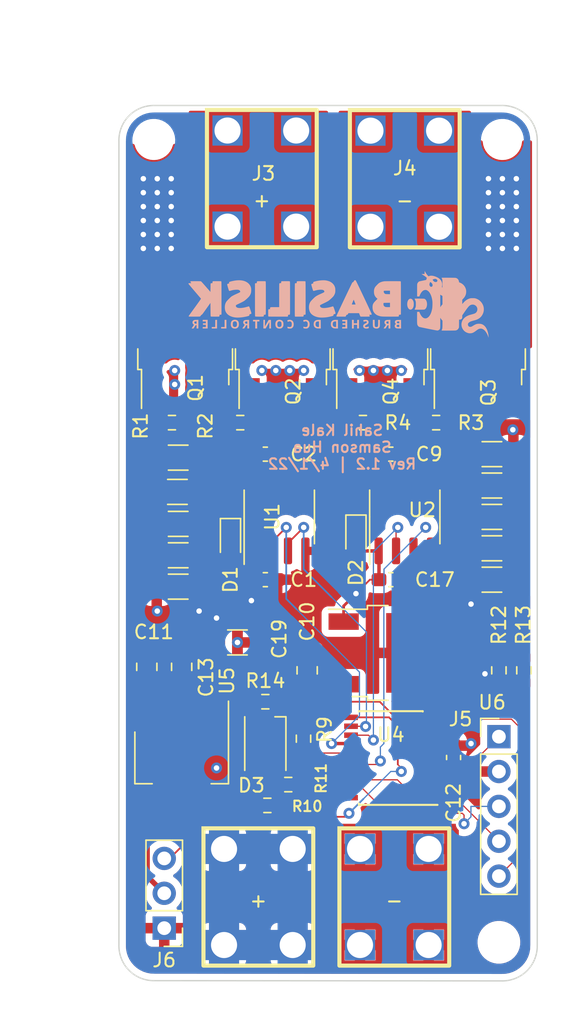
<source format=kicad_pcb>
(kicad_pcb (version 20211014) (generator pcbnew)
  (layers (0 "F.Cu" signal) (1 "In1.Cu" signal) (2 "In2.Cu" signal) (31 "B.Cu" signal) (34 "B.Paste" user) (35 "F.Paste" user) (36 "B.SilkS" user "B.Silkscreen") (37 "F.SilkS" user "F.Silkscreen") (38 "B.Mask" user) (39 "F.Mask" user) (44 "Edge.Cuts" user))
  (net 0 "")
  (net 1 "VBUS")
  (net 2 "GND")
  (net 5 "+5V")
  (net 6 "+3V3")
  (net 7 "Net-(D3-Pad1)")
  (net 8 "/controller/SWDIO")
  (net 9 "/controller/SWCLK")
  (net 10 "/controller/PWM_IN")
  (net 11 "Net-(D3-Pad4)")
  (net 12 "Net-(D3-Pad3)")
  (net 13 "/controller/LED_R")
  (net 14 "/controller/LED_B")
  (net 15 "/controller/LED_G")
  (net 16 "/controller/VBUS_SAMPLE")
  (net 17 "/controller/NRST")
  (net 18 "PWM_A_HIGH")
  (net 19 "PWM_A_LOW")
  (net 20 "PWM_B_HIGH")
  (net 21 "PWM_B_LOW")
  (net 22 "/controller/ANALOG_TEMP")
  (net 26 "Net-(D3-Pad2)")
  (net 27 "Net-(C2-Pad1)")
  (net 28 "Net-(C9-Pad1)")
  (net 29 "Net-(Q1-Pad1)")
  (net 30 "Net-(Q2-Pad1)")
  (net 31 "Net-(Q3-Pad1)")
  (net 32 "Net-(Q4-Pad1)")
  (net 33 "Net-(R1-Pad1)")
  (net 34 "Net-(R2-Pad1)")
  (net 35 "Net-(R3-Pad1)")
  (net 36 "Net-(R4-Pad1)")
  (net 37 "/SW_A")
  (net 38 "/SW_B")
  (footprint "Capacitor_SMD:C_1206_3216Metric_Pad1.33x1.80mm_HandSolder" (layer "F.Cu") (at 146.05 159.004 180)
    (fp_text reference "C8" hide)
    (fp_text value "10uF")
  )
  (footprint "Capacitor_SMD:C_0603_1608Metric_Pad1.08x0.95mm_HandSolder" (layer "F.Cu") (at 152.4 151.638)
    (fp_text reference "C2")
    (fp_text value "0.1uF")
  )
  (footprint "Resistor_SMD:R_0603_1608Metric_Pad0.98x0.95mm_HandSolder" (layer "F.Cu") (at 155.181035 172.365151 -90)
    (fp_text reference "R9")
    (fp_text value "470")
  )
  (footprint "Capacitor_SMD:C_0603_1608Metric_Pad1.08x0.95mm_HandSolder" (layer "F.Cu") (at 166.116 173.736 90)
    (fp_text reference "C12")
    (fp_text value "0.1uF")
  )
  (footprint "Connector_PinHeader_2.54mm:PinHeader_1x05_P2.54mm_Vertical" (layer "F.Cu") (at 169.418 172.217)
    (fp_text reference "J5")
    (fp_text value "Conn_01x05")
  )
  (footprint "Connector_PinHeader_2.54mm:PinHeader_1x03_P2.54mm_Vertical" (layer "F.Cu") (at 145.034 186.167 180)
    (fp_text reference "J6")
    (fp_text value "Conn_01x03")
  )
  (footprint "MountingHole:MountingHole_2.1mm" (layer "F.Cu") (at 144.272 128.778)
    (fp_text reference "H3" hide)
    (fp_text value "2mm")
  )
  (footprint "Capacitor_SMD:C_1206_3216Metric_Pad1.33x1.80mm_HandSolder" (layer "F.Cu") (at 146.05 156.718 180)
    (fp_text reference "C15" hide)
    (fp_text value "10uF")
  )
  (footprint "Capacitor_SMD:C_0603_1608Metric_Pad1.08x0.95mm_HandSolder" (layer "F.Cu") (at 161.544 160.782)
    (fp_text reference "C17")
    (fp_text value "0.1uF")
  )
  (footprint "Capacitor_SMD:C_1206_3216Metric_Pad1.33x1.80mm_HandSolder" (layer "F.Cu") (at 146.05 161.29 180)
    (fp_text reference "C7" hide)
    (fp_text value "10uF")
  )
  (footprint "Capacitor_SMD:C_1206_3216Metric_Pad1.33x1.80mm_HandSolder" (layer "F.Cu") (at 168.91 158.496)
    (fp_text reference "C16" hide)
    (fp_text value "10uF")
  )
  (footprint "Package_SO:SSOP-20_4.4x6.5mm_P0.65mm" (layer "F.Cu") (at 161.544 173.736 180)
    (fp_text reference "U4")
    (fp_text value "STM32G030F6P6TR")
  )
  (footprint "Package_TO_SOT_SMD:TO-252-2" (layer "F.Cu") (at 160.782 143.002 90)
    (fp_text reference "Q4")
    (fp_text value "AOD4132")
  )
  (footprint "Resistor_SMD:R_0603_1608Metric_Pad0.98x0.95mm_HandSolder" (layer "F.Cu") (at 164.846 149.342178)
    (fp_text reference "R3")
    (fp_text value "4.7")
  )
  (footprint "MountingHole:MountingHole_2.1mm" (layer "F.Cu") (at 169.418 187.198)
    (fp_text reference "H2" hide)
    (fp_text value "2mm")
  )
  (footprint "motor-controller-footprints:7698-SEMS" (layer "F.Cu") (at 160.06 128.072)
    (fp_text reference "J4")
    (fp_text value "SCREW -")
  )
  (footprint "Resistor_SMD:R_0603_1608Metric_Pad0.98x0.95mm_HandSolder" (layer "F.Cu") (at 145.596524 149.342178 180)
    (fp_text reference "R1")
    (fp_text value "4.7")
  )
  (footprint "Capacitor_SMD:C_1206_3216Metric_Pad1.33x1.80mm_HandSolder" (layer "F.Cu") (at 168.91 153.924)
    (fp_text reference "C5" hide)
    (fp_text value "10uF")
  )
  (footprint "motor-controller-footprints:7698-SEMS" (layer "F.Cu") (at 159.298 180.396)
    (fp_text reference "J2" hide)
    (fp_text value "SCREW -")
  )
  (footprint "Package_TO_SOT_SMD:TO-252-2" (layer "F.Cu") (at 162.306 166.116)
    (fp_text reference "U6")
    (fp_text value "LM78M05")
  )
  (footprint "Package_SO:SOIC-8_3.9x4.9mm_P1.27mm" (layer "F.Cu") (at 153.416 156.21 90)
    (fp_text reference "U1")
    (fp_text value "IRS2301S")
  )
  (footprint "Capacitor_SMD:C_1206_3216Metric_Pad1.33x1.80mm_HandSolder" (layer "F.Cu") (at 145.994 154.388 180)
    (fp_text reference "C3" hide)
    (fp_text value "10uF")
  )
  (footprint "Capacitor_SMD:C_0603_1608Metric_Pad1.08x0.95mm_HandSolder" (layer "F.Cu") (at 161.544 151.638)
    (fp_text reference "C9")
    (fp_text value "0.1uF")
  )
  (footprint "Resistor_SMD:R_0603_1608Metric_Pad0.98x0.95mm_HandSolder" (layer "F.Cu") (at 152.549275 177.223938)
    (fp_text reference "R10")
    (fp_text value "470")
  )
  (footprint "Resistor_SMD:R_0603_1608Metric_Pad0.98x0.95mm_HandSolder" (layer "F.Cu") (at 171.241409 167.386 90)
    (fp_text reference "R13")
    (fp_text value "1k")
  )
  (footprint "Resistor_SMD:R_0603_1608Metric_Pad0.98x0.95mm_HandSolder" (layer "F.Cu") (at 159.512 149.342178 180)
    (fp_text reference "R4")
    (fp_text value "4.7")
  )
  (footprint "Capacitor_SMD:C_1206_3216Metric_Pad1.33x1.80mm_HandSolder" (layer "F.Cu") (at 168.91 160.782)
    (fp_text reference "C6" hide)
    (fp_text value "10uF")
  )
  (footprint "Capacitor_SMD:C_0603_1608Metric_Pad1.08x0.95mm_HandSolder" (layer "F.Cu") (at 152.4 160.782)
    (fp_text reference "C1")
    (fp_text value "0.1uF")
  )
  (footprint "Resistor_SMD:R_0603_1608Metric_Pad0.98x0.95mm_HandSolder" (layer "F.Cu") (at 154.071102 175.709463)
    (fp_text reference "R11")
    (fp_text value "470")
  )
  (footprint "Package_TO_SOT_SMD:TO-252-2" (layer "F.Cu") (at 146.558 143.002 90)
    (fp_text reference "Q1")
    (fp_text value "AOD4132")
  )
  (footprint "Capacitor_SMD:C_1206_3216Metric_Pad1.33x1.80mm_HandSolder" (layer "F.Cu") (at 168.91 156.21)
    (fp_text reference "C18" hide)
    (fp_text value "10uF")
  )
  (footprint "motor-controller-footprints:7698-SEMS" (layer "F.Cu") (at 149.646 128.062178)
    (fp_text reference "J3")
    (fp_text value "SCREW +")
  )
  (footprint "motor-controller-footprints:7698-SEMS" (layer "F.Cu") (at 149.392 180.396)
    (fp_text reference "J1" hide)
    (fp_text value "SCREW +")
  )
  (footprint "Package_TO_SOT_SMD:SOT-223" (layer "F.Cu") (at 146.304 173.736 -90)
    (fp_text reference "U5")
    (fp_text value "NCP1117ST33T3G")
  )
  (footprint "Resistor_SMD:R_0603_1608Metric_Pad0.98x0.95mm_HandSolder" (layer "F.Cu") (at 150.573024 149.342178)
    (fp_text reference "R2")
    (fp_text value "4.7")
  )
  (footprint "Package_TO_SOT_SMD:TO-252-2" (layer "F.Cu") (at 153.67 143.002 90)
    (fp_text reference "Q2")
    (fp_text value "AOD4132")
  )
  (footprint "Resistor_SMD:R_0603_1608Metric_Pad0.98x0.95mm_HandSolder" (layer "F.Cu") (at 169.418 167.386 -90)
    (fp_text reference "R12")
    (fp_text value "8k")
  )
  (footprint "Diode_SMD:D_0603_1608Metric_Pad1.05x0.95mm_HandSolder" (layer "F.Cu") (at 149.86 157.988 -90)
    (fp_text reference "D1")
    (fp_text value "PMEG3005AESFYL")
  )
  (footprint "Capacitor_SMD:C_0805_2012Metric_Pad1.18x1.45mm_HandSolder" (layer "F.Cu") (at 146.304 167.132 90)
    (fp_text reference "C13")
    (fp_text value "10uF")
  )
  (footprint "Diode_SMD:D_0603_1608Metric_Pad1.05x0.95mm_HandSolder" (layer "F.Cu") (at 159.004 157.734 -90)
    (fp_text reference "D2")
    (fp_text value "PMEG3005AESFYL")
  )
  (footprint "Capacitor_SMD:C_1206_3216Metric" (layer "F.Cu") (at 150.368 165.354)
    (fp_text reference "C19")
    (fp_text value "10uF")
  )
  (footprint "Capacitor_SMD:C_0805_2012Metric_Pad1.18x1.45mm_HandSolder" (layer "F.Cu") (at 155.448 167.386 90)
    (fp_text reference "C10")
    (fp_text value "22uF")
  )
  (footprint "Capacitor_SMD:C_1206_3216Metric_Pad1.33x1.80mm_HandSolder" (layer "F.Cu") (at 168.91 151.638)
    (fp_text reference "C4" hide)
    (fp_text value "10uF")
  )
  (footprint "Package_SO:SOIC-8_3.9x4.9mm_P1.27mm" (layer "F.Cu") (at 162.56 156.21 90)
    (fp_text reference "U2")
    (fp_text value "IRS2301S")
  )
  (footprint "Capacitor_SMD:C_1206_3216Metric_Pad1.33x1.80mm_HandSolder" (layer "F.Cu") (at 146.05 151.892 180)
    (fp_text reference "C14" hide)
    (fp_text value "10uF")
  )
  (footprint "LED_SMD:LED_Cree-PLCC4_3.2x2.8mm_CCW" (layer "F.Cu") (at 152.4 172.72 -90)
    (fp_text reference "D3")
    (fp_text value "CLV1A-FKB")
  )
  (footprint "Resistor_SMD:R_0603_1608Metric_Pad0.98x0.95mm_HandSolder" (layer "F.Cu") (at 152.4 169.672 180)
    (fp_text reference "R14")
    (fp_text value "0")
  )
  (footprint "Capacitor_SMD:C_0805_2012Metric_Pad1.18x1.45mm_HandSolder" (layer "F.Cu") (at 143.764 167.132 90)
    (fp_text reference "C11")
    (fp_text value "10uF")
  )
  (footprint "Package_TO_SOT_SMD:TO-252-2" (layer "F.Cu") (at 167.894 143.002 90)
    (fp_text reference "Q3")
    (fp_text value "AOD4132")
  )
  (footprint "MountingHole:MountingHole_2.1mm" (layer "F.Cu") (at 169.672 128.778)
    (fp_text reference "H1" hide)
    (fp_text value "2mm")
  )
  (footprint "motor-controller-footprints:basiliskLogo" (layer "B.Cu") (at 157.225323 140.476791 180)
    (fp_text reference "H5" hide)
    (fp_text value "Logo" hide)
  )
  (gr_arc (start 169.672 126.238) (mid 171.468051 126.981949) (end 172.212 128.778) (layer "Edge.Cuts") (width 0.1))
  (gr_line (start 144.272 189.992) (end 169.672 190.010051) (layer "Edge.Cuts") (width 0.1))
  (gr_arc (start 141.732 128.778) (mid 142.475949 126.981949) (end 144.272 126.238) (layer "Edge.Cuts") (width 0.1))
  (gr_line (start 141.732 187.452) (end 141.732 128.778) (layer "Edge.Cuts") (width 0.1))
  (gr_line (start 172.212 187.470051) (end 172.212 128.778) (layer "Edge.Cuts") (width 0.1))
  (gr_arc (start 172.212 187.470051) (mid 171.468051 189.266102) (end 169.672 190.010051) (layer "Edge.Cuts") (width 0.1))
  (gr_line (start 169.672 126.238) (end 144.272 126.238) (layer "Edge.Cuts") (width 0.1))
  (gr_arc (start 144.272 189.992) (mid 142.475949 189.248051) (end 141.732 187.452) (layer "Edge.Cuts") (width 0.1))
  (gr_text "Sahil Kale\nSamson Hua\nRev 1.2 | 4/1/22" (at 157.988 151.13) (layer "B.SilkS") (effects (font (size 0.762 0.762)) (justify mirror)))
  (segment (start 151.5375 160.782) (end 151.384 160.9355) (width 0.127) (layer "F.Cu") (net 1))
  (segment (start 151.5375 160.782) (end 151.5375 158.7115) (width 0.25) (layer "F.Cu") (net 1))
  (segment (start 159.004 161.798) (end 158.106 162.696) (width 0.2032) (layer "F.Cu") (net 1))
  (segment (start 150.038 158.685) (end 149.86 158.863) (width 0.25) (layer "F.Cu") (net 1))
  (segment (start 159.08 158.685) (end 159.004 158.609) (width 0.25) (layer "F.Cu") (net 1))
  (segment (start 169.418 166.4735) (end 168.402 167.4895) (width 0.0889) (layer "F.Cu") (net 1))
  (segment (start 148.893 165.354) (end 148.893 163.625) (width 0.127) (layer "F.Cu") (net 1))
  (segment (start 151.511 158.685) (end 150.038 158.685) (width 0.25) (layer "F.Cu") (net 1))
  (segment (start 168.402 167.4895) (end 168.402 167.64) (width 0.0889) (layer "F.Cu") (net 1))
  (segment (start 167.386 162.56) (end 167.386 160.8205) (width 0.254) (layer "F.Cu") (net 1))
  (segment (start 160.02 160.782) (end 159.004 161.798) (width 0.127) (layer "F.Cu") (net 1))
  (segment (start 151.384 160.9355) (end 151.384 162.306) (width 0.127) (layer "F.Cu") (net 1))
  (segment (start 148.893 163.625) (end 148.844 163.576) (width 0.127) (layer "F.Cu") (net 1))
  (segment (start 160.6815 160.782) (end 160.02 160.782) (width 0.127) (layer "F.Cu") (net 1))
  (segment (start 147.574 163.068) (end 147.574 161.3285) (width 0.254) (layer "F.Cu") (net 1))
  (segment (start 167.386 160.8205) (end 167.3475 160.782) (width 0.254) (layer "F.Cu") (net 1))
  (segment (start 158.106 162.696) (end 158.106 163.836) (width 0.2032) (layer "F.Cu") (net 1))
  (segment (start 151.5375 158.7115) (end 151.511 158.685) (width 0.25) (layer "F.Cu") (net 1))
  (segment (start 160.655 158.685) (end 159.08 158.685) (width 0.25) (layer "F.Cu") (net 1))
  (segment (start 147.574 161.3285) (end 147.6125 161.29) (width 0.254) (layer "F.Cu") (net 1))
  (segment (start 160.6815 158.7115) (end 160.655 158.685) (width 0.25) (layer "F.Cu") (net 1))
  (segment (start 160.6815 160.782) (end 160.6815 158.7115) (width 0.25) (layer "F.Cu") (net 1))
  (via (at 144.526 132.588) (size 0.8) (drill 0.4) (layers "F.Cu" "B.Cu") (net 1))
  (via (at 145.542 135.636) (size 0.8) (drill 0.4) (layers "F.Cu" "B.Cu") (net 1))
  (via (at 145.542 132.588) (size 0.8) (drill 0.4) (layers "F.Cu" "B.Cu") (net 1))
  (via (at 168.656 133.604) (size 0.8) (drill 0.4) (layers "F.Cu" "B.Cu") (net 1))
  (via (at 148.844 163.576) (size 0.8) (drill 0.4) (layers "F.Cu" "B.Cu") (net 1))
  (via (at 169.672 132.588) (size 0.8) (drill 0.4) (layers "F.Cu" "B.Cu") (net 1))
  (via (at 168.656 134.62) (size 0.8) (drill 0.4) (layers "F.Cu" "B.Cu") (net 1))
  (via (at 143.51 132.588) (size 0.8) (drill 0.4) (layers "F.Cu" "B.Cu") (net 1))
  (via (at 144.526 134.62) (size 0.8) (drill 0.4) (layers "F.Cu" "B.Cu") (net 1))
  (via (at 168.656 132.588) (size 0.8) (drill 0.4) (layers "F.Cu" "B.Cu") (net 1))
  (via (at 170.688 136.652) (size 0.8) (drill 0.4) (layers "F.Cu" "B.Cu") (net 1))
  (via (at 169.672 136.652) (size 0.8) (drill 0.4) (layers "F.Cu" "B.Cu") (net 1))
  (via (at 143.51 134.62) (size 0.8) (drill 0.4) (layers "F.Cu" "B.Cu") (net 1))
  (via (at 170.688 133.604) (size 0.8) (drill 0.4) (layers "F.Cu" "B.Cu") (net 1))
  (via (at 145.542 133.604) (size 0.8) (drill 0.4) (layers "F.Cu" "B.Cu") (net 1))
  (via (at 145.542 134.62) (size 0.8) (drill 0.4) (layers "F.Cu" "B.Cu") (net 1))
  (via (at 159.004 161.798) (size 0.8) (drill 0.4) (layers "F.Cu" "B.Cu") (net 1))
  (via (at 170.688 135.636) (size 0.8) (drill 0.4) (layers "F.Cu" "B.Cu") (net 1))
  (via (at 168.656 131.572) (size 0.8) (drill 0.4) (layers "F.Cu" "B.Cu") (net 1))
  (via (at 144.526 133.604) (size 0.8) (drill 0.4) (layers "F.Cu" "B.Cu") (net 1))
  (via (at 168.656 136.652) (size 0.8) (drill 0.4) (layers "F.Cu" "B.Cu") (net 1))
  (via (at 147.574 163.068) (size 0.8) (drill 0.4) (layers "F.Cu" "B.Cu") (net 1))
  (via (at 169.672 131.572) (size 0.8) (drill 0.4) (layers "F.Cu" "B.Cu") (net 1))
  (via (at 143.51 136.652) (size 0.8) (drill 0.4) (layers "F.Cu" "B.Cu") (net 1))
  (via (at 143.51 133.604) (size 0.8) (drill 0.4) (layers "F.Cu" "B.Cu") (net 1))
  (via (at 168.656 135.636) (size 0.8) (drill 0.4) (layers "F.Cu" "B.Cu") (net 1))
  (via (at 169.672 133.604) (size 0.8) (drill 0.4) (layers "F.Cu" "B.Cu") (net 1))
  (via (at 145.542 131.572) (size 0.8) (drill 0.4) (layers "F.Cu" "B.Cu") (net 1))
  (via (at 144.526 135.636) (size 0.8) (drill 0.4) (layers "F.Cu" "B.Cu") (net 1))
  (via (at 144.526 131.572) (size 0.8) (drill 0.4) (layers "F.Cu" "B.Cu") (net 1))
  (via (at 151.384 162.306) (size 0.8) (drill 0.4) (layers "F.Cu" "B.Cu") (net 1))
  (via (at 170.688 134.62) (size 0.8) (drill 0.4) (layers "F.Cu" "B.Cu") (net 1))
  (via (at 169.672 134.62) (size 0.8) (drill 0.4) (layers "F.Cu" "B.Cu") (net 1))
  (via (at 169.672 135.636) (size 0.8) (drill 0.4) (layers "F.Cu" "B.Cu") (net 1))
  (via (at 143.51 135.636) (size 0.8) (drill 0.4) (layers "F.Cu" "B.Cu") (net 1))
  (via (at 143.51 131.572) (size 0.8) (drill 0.4) (layers "F.Cu" "B.Cu") (net 1))
  (via (at 144.526 136.652) (size 0.8) (drill 0.4) (layers "F.Cu" "B.Cu") (net 1))
  (via (at 170.688 132.588) (size 0.8) (drill 0.4) (layers "F.Cu" "B.Cu") (net 1))
  (via (at 170.688 131.572) (size 0.8) (drill 0.4) (layers "F.Cu" "B.Cu") (net 1))
  (via (at 167.386 162.56) (size 0.8) (drill 0.4) (layers "F.Cu" "B.Cu") (net 1))
  (via (at 145.542 136.652) (size 0.8) (drill 0.4) (layers "F.Cu" "B.Cu") (net 1))
  (via (at 168.402 167.64) (size 0.8) (drill 0.4) (layers "F.Cu" "B.Cu") (net 1))
  (segment (start 148.604 170.586) (end 148.604 174.258) (width 0.25) (layer "F.Cu") (net 2))
  (segment (start 165.435099 174.061) (end 166.116 173.380099) (width 0.0889) (layer "F.Cu") (net 2))
  (segment (start 164.444 174.061) (end 165.435099 174.061) (width 0.0889) (layer "F.Cu") (net 2))
  (segment (start 166.2695 172.72) (end 167.386 172.72) (width 0.0889) (layer "F.Cu") (net 2))
  (segment (start 151.843 165.354) (end 150.368 165.354) (width 0.0889) (layer "F.Cu") (net 2))
  (segment (start 166.116 172.8735) (end 166.2695 172.72) (width 0.0889) (layer "F.Cu") (net 2))
  (segment (start 166.116 173.380099) (end 166.116 172.8735) (width 0.0889) (layer "F.Cu") (net 2))
  (segment (start 148.604 174.258) (end 148.844 174.498) (width 0.25) (layer "F.Cu") (net 2))
  (via (at 167.386 172.72) (size 0.8) (drill 0.4) (layers "F.Cu" "B.Cu") (net 2))
  (via (at 148.844 174.498) (size 0.8) (drill 0.4) (layers "F.Cu" "B.Cu") (net 2))
  (via (at 152.146 145.542) (size 0.8) (drill 0.4) (layers "F.Cu" "B.Cu") (net 2))
  (via (at 159.258 145.542) (size 0.8) (drill 0.4) (layers "F.Cu" "B.Cu") (net 2))
  (via (at 161.29 145.542) (size 0.8) (drill 0.4) (layers "F.Cu" "B.Cu") (net 2))
  (via (at 155.194 145.542) (size 0.8) (drill 0.4) (layers "F.Cu" "B.Cu") (net 2))
  (via (at 144.526 163.068) (size 0.8) (drill 0.4) (layers "F.Cu" "B.Cu") (net 2))
  (via (at 150.368 165.354) (size 0.8) (drill 0.4) (layers "F.Cu" "B.Cu") (net 2))
  (via (at 153.162 145.542) (size 0.8) (drill 0.4) (layers "F.Cu" "B.Cu") (net 2))
  (via (at 154.178 145.542) (size 0.8) (drill 0.4) (layers "F.Cu" "B.Cu") (net 2))
  (via (at 160.274 145.542) (size 0.8) (drill 0.4) (layers "F.Cu" "B.Cu") (net 2))
  (via (at 162.306 145.542) (size 0.8) (drill 0.4) (layers "F.Cu" "B.Cu") (net 2))
  (via (at 170.434 149.86) (size 0.8) (drill 0.4) (layers "F.Cu" "B.Cu") (net 2))
  (via (at 145.796 145.542) (size 0.8) (drill 0.4) (layers "F.Cu" "B.Cu") (net 2))
  (via (at 145.796 146.558) (size 0.8) (drill 0.4) (layers "F.Cu" "B.Cu") (net 2))
  (segment (start 154.46948 167.44498) (end 155.448 168.4235) (width 0.254) (layer "F.Cu") (net 5))
  (segment (start 143.764 168.1695) (end 144.66852 167.26498) (width 0.381) (layer "F.Cu") (net 5))
  (segment (start 154.28948 167.26498) (end 155.448 168.4235) (width 0.381) (layer "F.Cu") (net 5))
  (segment (start 144.004 170.586) (end 144.004 168.4095) (width 0.381) (layer "F.Cu") (net 5))
  (segment (start 143.793989 170.796011) (end 143.793989 182.386989) (width 0.381) (layer "F.Cu") (net 5))
  (segment (start 143.793989 182.386989) (end 145.034 183.627) (width 0.381) (layer "F.Cu") (net 5))
  (segment (start 144.004 170.586) (end 143.793989 170.796011) (width 0.381) (layer "F.Cu") (net 5))
  (segment (start 153.92998 167.26498) (end 154.28948 167.26498) (width 0.381) (layer "F.Cu") (net 5))
  (segment (start 158.0785 168.4235) (end 158.106 168.396) (width 0.381) (layer "F.Cu") (net 5))
  (segment (start 155.448 168.4235) (end 158.0785 168.4235) (width 0.381) (layer "F.Cu") (net 5))
  (segment (start 144.004 168.4095) (end 143.764 168.1695) (width 0.381) (layer "F.Cu") (net 5))
  (segment (start 144.66852 167.26498) (end 153.92998 167.26498) (width 0.381) (layer "F.Cu") (net 5))
  (segment (start 153.3125 169.672) (end 160.735769 169.672) (width 0.127) (layer "F.Cu") (net 6))
  (segment (start 151.81 168.1695) (end 153.3125 169.672) (width 0.254) (layer "F.Cu") (net 6))
  (segment (start 163.680989 172.61722) (end 163.680989 174.378011) (width 0.127) (layer "F.Cu") (net 6))
  (segment (start 164.013978 174.711) (end 164.444 174.711) (width 0.127) (layer "F.Cu") (net 6))
  (segment (start 167.0365 174.5985) (end 169.418 172.217) (width 0.0889) (layer "F.Cu") (net 6))
  (segment (start 146.304 176.886) (end 146.304 170.586) (width 0.254) (layer "F.Cu") (net 6))
  (segment (start 166.116 174.5985) (end 166.0035 174.711) (width 0.0889) (layer "F.Cu") (net 6))
  (segment (start 166.0035 174.711) (end 164.444 174.711) (width 0.0889) (layer "F.Cu") (net 6))
  (segment (start 163.680989 174.378011) (end 164.013978 174.711) (width 0.127) (layer "F.Cu") (net 6))
  (segment (start 146.304 168.1695) (end 151.81 168.1695) (width 0.254) (layer "F.Cu") (net 6))
  (segment (start 146.304 170.586) (end 146.304 168.1695) (width 0.381) (layer "F.Cu") (net 6))
  (segment (start 166.116 174.5985) (end 167.0365 174.5985) (width 0.0889) (layer "F.Cu") (net 6))
  (segment (start 160.735769 169.672) (end 163.680989 172.61722) (width 0.127) (layer "F.Cu") (net 6))
  (segment (start 153.1 171.47) (end 155.163686 171.47) (width 0.254) (layer "F.Cu") (net 7))
  (segment (start 155.163686 171.47) (end 155.181035 171.452651) (width 0.254) (layer "F.Cu") (net 7))
  (segment (start 162.023039 175.361) (end 158.644 175.361) (width 0.0889) (layer "F.Cu") (net 8))
  (segment (start 162.023039 175.361) (end 163.767 177.104961) (width 0.0889) (layer "F.Cu") (net 8))
  (segment (start 166.685961 177.104961) (end 169.418 179.837) (width 0.0889) (layer "F.Cu") (net 8))
  (segment (start 163.767 177.104961) (end 166.685961 177.104961) (width 0.0889) (layer "F.Cu") (net 8))
  (segment (start 161.29 177.8) (end 159.501 176.011) (width 0.0889) (layer "F.Cu") (net 9))
  (segment (start 166.813317 177.864683) (end 166.878 177.929366) (width 0.0889) (layer "F.Cu") (net 9))
  (segment (start 166.878 177.929366) (end 166.878 178.562) (width 0.0889) (layer "F.Cu") (net 9))
  (segment (start 159.501 176.011) (end 158.644 176.011) (width 0.0889) (layer "F.Cu") (net 9))
  (segment (start 161.29 177.8) (end 166.748634 177.8) (width 0.0889) (layer "F.Cu") (net 9))
  (segment (start 166.748634 177.8) (end 166.813317 177.864683) (width 0.0889) (layer "F.Cu") (net 9))
  (via (at 166.878 178.562) (size 0.8) (drill 0.4) (layers "F.Cu" "B.Cu") (net 9))
  (segment (start 167.381 178.059) (end 167.381 177.297) (width 0.0889) (layer "B.Cu") (net 9))
  (segment (start 166.878 178.562) (end 167.381 178.059) (width 0.0889) (layer "B.Cu") (net 9))
  (segment (start 169.418 177.297) (end 167.381 177.297) (width 0.0889) (layer "B.Cu") (net 9))
  (segment (start 148.467011 178.054) (end 158.242 178.054) (width 0.127) (layer "F.Cu") (net 10))
  (segment (start 162.306 174.752) (end 162.306 174.498) (width 0.0889) (layer "F.Cu") (net 10))
  (segment (start 162.052 174.244) (end 162.052 171.45) (width 0.127) (layer "F.Cu") (net 10))
  (segment (start 162.052 171.45) (end 161.413 170.811) (width 0.127) (layer "F.Cu") (net 10))
  (segment (start 158.242 178.054) (end 158.496 177.8) (width 0.127) (layer "F.Cu") (net 10))
  (segment (start 161.413 170.811) (end 158.644 170.811) (width 0.127) (layer "F.Cu") (net 10))
  (segment (start 145.434011 181.087) (end 148.467011 178.054) (width 0.127) (layer "F.Cu") (net 10))
  (segment (start 162.306 174.498) (end 162.052 174.244) (width 0.0889) (layer "F.Cu") (net 10))
  (segment (start 145.034 181.087) (end 145.434011 181.087) (width 0.127) (layer "F.Cu") (net 10))
  (via (at 162.306 174.752) (size 0.8) (drill 0.4) (layers "F.Cu" "B.Cu") (net 10))
  (via (at 158.496 177.8) (size 0.8) (drill 0.4) (layers "F.Cu" "B.Cu") (net 10))
  (segment (start 161.544 174.752) (end 162.306 174.752) (width 0.0889) (layer "B.Cu") (net 10))
  (segment (start 158.496 177.8) (end 159.546691 176.749309) (width 0.127) (layer "B.Cu") (net 10))
  (segment (start 159.546691 176.749309) (end 161.544 174.752) (width 0.0889) (layer "B.Cu") (net 10))
  (segment (start 153.1 173.97) (end 153.1 175.650861) (width 0.254) (layer "F.Cu") (net 11))
  (segment (start 153.1 175.650861) (end 153.158602 175.709463) (width 0.254) (layer "F.Cu") (net 11))
  (segment (start 151.636775 177.223938) (end 151.7 177.160713) (width 0.254) (layer "F.Cu") (net 12))
  (segment (start 151.7 177.160713) (end 151.7 173.97) (width 0.254) (layer "F.Cu") (net 12))
  (segment (start 155.181035 173.277651) (end 155.314384 173.411) (width 0.0889) (layer "F.Cu") (net 13))
  (segment (start 155.314384 173.411) (end 158.644 173.411) (width 0.0889) (layer "F.Cu") (net 13))
  (segment (start 153.461775 177.223938) (end 154.024713 176.661) (width 0.0889) (layer "F.Cu") (net 14))
  (segment (start 154.024713 176.661) (end 158.644 176.661) (width 0.0889) (layer "F.Cu") (net 14))
  (segment (start 154.983602 175.709463) (end 156.632065 174.061) (width 0.0889) (layer "F.Cu") (net 15))
  (segment (start 156.632065 174.061) (end 158.644 174.061) (width 0.0889) (layer "F.Cu") (net 15))
  (segment (start 168.8454 168.2985) (end 169.418 168.2985) (width 0.0889) (layer "F.Cu") (net 16))
  (segment (start 164.444 172.111) (end 165.0329 172.111) (width 0.0889) (layer "F.Cu") (net 16))
  (segment (start 165.0329 172.111) (end 168.8454 168.2985) (width 0.0889) (layer "F.Cu") (net 16))
  (segment (start 169.418 168.2985) (end 171.241409 168.2985) (width 0.0889) (layer "F.Cu") (net 16))
  (segment (start 171.196 171.807078) (end 171.196 180.594) (width 0.0889) (layer "F.Cu") (net 17))
  (segment (start 165.358961 172.412138) (end 166.829099 170.942) (width 0.0889) (layer "F.Cu") (net 17))
  (segment (start 166.829099 170.942) (end 170.330922 170.942) (width 0.0889) (layer "F.Cu") (net 17))
  (segment (start 170.688 181.107) (end 169.418 182.377) (width 0.0889) (layer "F.Cu") (net 17))
  (segment (start 171.196 180.594) (end 170.688 181.102) (width 0.0889) (layer "F.Cu") (net 17))
  (segment (start 170.330922 170.942) (end 170.688 171.299078) (width 0.0889) (layer "F.Cu") (net 17))
  (segment (start 164.444 173.411) (end 165.358961 173.411) (width 0.0889) (layer "F.Cu") (net 17))
  (segment (start 165.358961 173.411) (end 165.358961 172.412138) (width 0.0889) (layer "F.Cu") (net 17))
  (segment (start 170.688 171.299078) (end 171.196 171.807078) (width 0.0889) (layer "F.Cu") (net 17))
  (segment (start 153.924 156.972) (end 152.781 158.115) (width 0.127) (layer "F.Cu") (net 18))
  (segment (start 158.603 172.72) (end 158.644 172.761) (width 0.25) (layer "F.Cu") (net 18))
  (segment (start 152.781 158.115) (end 152.781 158.685) (width 0.127) (layer "F.Cu") (net 18))
  (segment (start 157.226 172.72) (end 158.603 172.72) (width 0.25) (layer "F.Cu") (net 18))
  (via (at 153.924 156.972) (size 0.8) (drill 0.4) (layers "F.Cu" "B.Cu") (net 18))
  (via (at 157.226 172.72) (size 0.8) (drill 0.4) (layers "F.Cu" "B.Cu") (net 18))
  (segment (start 154.686 162.941) (end 153.924 162.179) (width 0.127) (layer "B.Cu") (net 18))
  (segment (start 155.784858 164.039858) (end 159.258 167.513) (width 0.0889) (layer "B.Cu") (net 18))
  (segment (start 159.258 170.688) (end 157.226 172.72) (width 0.0889) (layer "B.Cu") (net 18))
  (segment (start 153.924 162.179) (end 153.924 156.972) (width 0.127) (layer "B.Cu") (net 18))
  (segment (start 154.686 162.941) (end 155.784858 164.039858) (width 0.0889) (layer "B.Cu") (net 18))
  (segment (start 159.258 167.513) (end 159.258 170.688) (width 0.0889) (layer "B.Cu") (net 18))
  (segment (start 159.766 171.45) (end 159.72705 171.45) (width 0.254) (layer "F.Cu") (net 19))
  (segment (start 155.194 156.972) (end 154.051 158.115) (width 0.127) (layer "F.Cu") (net 19))
  (segment (start 159.72705 171.45) (end 159.70305 171.474) (width 0.254) (layer "F.Cu") (net 19))
  (segment (start 154.051 158.115) (end 154.051 158.685) (width 0.127) (layer "F.Cu") (net 19))
  (segment (start 159.755 171.461) (end 159.766 171.45) (width 0.0889) (layer "F.Cu") (net 19))
  (segment (start 158.644 171.461) (end 159.755 171.461) (width 0.0889) (layer "F.Cu") (net 19))
  (via (at 159.70305 171.474) (size 0.8) (drill 0.4) (layers "F.Cu" "B.Cu") (net 19))
  (via (at 155.194 156.972) (size 0.8) (drill 0.4) (layers "F.Cu" "B.Cu") (net 19))
  (segment (start 159.766 164.592) (end 159.766 171.41105) (width 0.0889) (layer "B.Cu") (net 19))
  (segment (start 157.226 162.052) (end 159.766 164.592) (width 0.0889) (layer "B.Cu") (net 19))
  (segment (start 157.226 162.052) (end 155.194 160.02) (width 0.127) (layer "B.Cu") (net 19))
  (segment (start 155.194 160.02) (end 155.194 156.972) (width 0.127) (layer "B.Cu") (net 19))
  (segment (start 159.766 171.41105) (end 159.70305 171.474) (width 0.0889) (layer "B.Cu") (net 19))
  (segment (start 161.925 157.099) (end 161.925 158.685) (width 0.0889) (layer "F.Cu") (net 20))
  (segment (start 162.052 156.972) (end 161.925 157.099) (width 0.0889) (layer "F.Cu") (net 20))
  (segment (start 159.919 172.111) (end 160.274 172.466) (width 0.0889) (layer "F.Cu") (net 20))
  (segment (start 158.644 172.111) (end 159.919 172.111) (width 0.0889) (layer "F.Cu") (net 20))
  (via (at 160.274 172.466) (size 0.8) (drill 0.4) (layers "F.Cu" "B.Cu") (net 20))
  (via (at 162.052 156.972) (size 0.8) (drill 0.4) (layers "F.Cu" "B.Cu") (net 20))
  (segment (start 160.274 163.576) (end 160.274 158.75) (width 0.0889) (layer "B.Cu") (net 20))
  (segment (start 160.274 163.576) (end 160.274 172.466) (width 0.0889) (layer "B.Cu") (net 20))
  (segment (start 160.274 158.75) (end 162.052 156.972) (width 0.0889) (layer "B.Cu") (net 20))
  (segment (start 164.084 156.972) (end 163.195 157.861) (width 0.0889) (layer "F.Cu") (net 21))
  (segment (start 159.512 174.244) (end 160.528 174.244) (width 0.0889) (layer "F.Cu") (net 21))
  (segment (start 160.528 174.244) (end 160.782 173.99) (width 0.0889) (layer "F.Cu") (net 21))
  (segment (start 163.195 157.861) (end 163.195 158.685) (width 0.0889) (layer "F.Cu") (net 21))
  (segment (start 159.512 174.244) (end 159.045 174.711) (width 0.0889) (layer "F.Cu") (net 21))
  (segment (start 159.045 174.711) (end 158.644 174.711) (width 0.0889) (layer "F.Cu") (net 21))
  (via (at 160.782 173.99) (size 0.8) (drill 0.4) (layers "F.Cu" "B.Cu") (net 21))
  (via (at 164.084 156.972) (size 0.8) (drill 0.4) (layers "F.Cu" "B.Cu") (net 21))
  (segment (start 160.782 172.974) (end 161.036 172.72) (width 0.0889) (layer "B.Cu") (net 21))
  (segment (start 161.046 160.01) (end 164.084 156.972) (width 0.0889) (layer "B.Cu") (net 21))
  (segment (start 160.782 173.99) (end 160.782 172.974) (width 0.0889) (layer "B.Cu") (net 21))
  (segment (start 161.036 162.052) (end 161.046 162.042) (width 0.0889) (layer "B.Cu") (net 21))
  (segment (start 161.046 162.042) (end 161.046 160.01) (width 0.0889) (layer "B.Cu") (net 21))
  (segment (start 161.036 172.72) (end 161.036 162.052) (width 0.0889) (layer "B.Cu") (net 21))
  (segment (start 151.4875 169.672) (end 151.4875 171.2575) (width 0.254) (layer "F.Cu") (net 26))
  (segment (start 151.4875 171.2575) (end 151.7 171.47) (width 0.254) (layer "F.Cu") (net 26))
  (segment (start 149.86 157.113) (end 149.86 155.386) (width 0.25) (layer "F.Cu") (net 27))
  (segment (start 149.86 155.386) (end 151.511 153.735) (width 0.25) (layer "F.Cu") (net 27))
  (segment (start 152.864835 155.194) (end 152.697165 155.194) (width 0.25) (layer "F.Cu") (net 27))
  (segment (start 152.697165 155.194) (end 151.511 154.007835) (width 0.25) (layer "F.Cu") (net 27))
  (segment (start 151.511 154.007835) (end 151.511 153.735) (width 0.25) (layer "F.Cu") (net 27))
  (segment (start 152.40798 152.50848) (end 153.097315 152.50848) (width 0.25) (layer "F.Cu") (net 27))
  (segment (start 153.097315 152.50848) (end 153.416 152.827165) (width 0.25) (layer "F.Cu") (net 27))
  (segment (start 151.5375 151.638) (end 152.40798 152.50848) (width 0.25) (layer "F.Cu") (net 27))
  (segment (start 153.416 154.642835) (end 152.864835 155.194) (width 0.25) (layer "F.Cu") (net 27))
  (segment (start 153.416 152.827165) (end 153.416 154.642835) (width 0.25) (layer "F.Cu") (net 27))
  (segment (start 159.004 156.859) (end 159.004 155.386) (width 0.25) (layer "F.Cu") (net 28))
  (segment (start 160.655 153.735) (end 160.655 151.6645) (width 0.2032) (layer "F.Cu") (net 28))
  (segment (start 160.655 151.6645) (end 160.6815 151.638) (width 0.2032) (layer "F.Cu") (net 28))
  (segment (start 159.004 155.386) (end 160.655 153.735) (width 0.25) (layer "F.Cu") (net 28))
  (segment (start 144.684024 149.342178) (end 144.684024 147.608024) (width 0.25) (layer "F.Cu") (net 29))
  (segment (start 144.684024 147.608024) (end 144.278 147.202) (width 0.25) (layer "F.Cu") (net 29))
  (segment (start 151.485524 147.297524) (end 151.39 147.202) (width 0.25) (layer "F.Cu") (net 30))
  (segment (start 151.485524 149.342178) (end 151.485524 147.297524) (width 0.25) (layer "F.Cu") (net 30))
  (segment (start 165.614 149.197678) (end 165.614 147.202) (width 0.2032) (layer "F.Cu") (net 31))
  (segment (start 165.7585 149.342178) (end 165.614 149.197678) (width 0.2032) (layer "F.Cu") (net 31))
  (segment (start 158.5995 149.342178) (end 158.502 149.244678) (width 0.2032) (layer "F.Cu") (net 32))
  (segment (start 158.502 149.244678) (end 158.502 147.202) (width 0.2032) (layer "F.Cu") (net 32))
  (segment (start 151.006788 152.4) (end 151.718835 152.4) (width 0.25) (layer "F.Cu") (net 33))
  (segment (start 152.781 153.462165) (end 152.781 153.735) (width 0.25) (layer "F.Cu") (net 33))
  (segment (start 151.718835 152.4) (end 152.781 153.462165) (width 0.25) (layer "F.Cu") (net 33))
  (segment (start 148.0126 149.405812) (end 151.006788 152.4) (width 0.25) (layer "F.Cu") (net 33))
  (segment (start 146.509024 149.342178) (end 148.0126 149.342178) (width 0.25) (layer "F.Cu") (net 33))
  (segment (start 148.0126 149.342178) (end 148.0126 149.405812) (width 0.25) (layer "F.Cu") (net 33))
  (segment (start 155.321 152.273) (end 155.321 153.735) (width 0.25) (layer "F.Cu") (net 34))
  (segment (start 153.116698 150.068698) (end 155.321 152.273) (width 0.25) (layer "F.Cu") (net 34))
  (segment (start 149.660524 149.342178) (end 150.387044 150.068698) (width 0.25) (layer "F.Cu") (net 34))
  (segment (start 150.387044 150.068698) (end 153.116698 150.068698) (width 0.25) (layer "F.Cu") (net 34))
  (segment (start 165.1 154.609742) (end 165.1 150.508678) (width 0.2032) (layer "F.Cu") (net 35))
  (segment (start 162.888378 154.93812) (end 164.771622 154.93812) (width 0.2032) (layer "F.Cu") (net 35))
  (segment (start 165.1 150.508678) (end 163.9335 149.342178) (width 0.2032) (layer "F.Cu") (net 35))
  (segment (start 164.771622 154.93812) (end 165.1 154.609742) (width 0.2032) (layer "F.Cu") (net 35))
  (segment (start 161.925 153.974742) (end 162.888378 154.93812) (width 0.2032) (layer "F.Cu") (net 35))
  (segment (start 161.306664 149.342178) (end 160.4245 149.342178) (width 0.2032) (layer "F.Cu") (net 36))
  (segment (start 164.465 152.500514) (end 161.306664 149.342178) (width 0.2032) (layer "F.Cu") (net 36))
  (segment (start 164.465 153.735) (end 164.465 152.500514) (width 0.2032) (layer "F.Cu") (net 36))
  (segment (start 154.051 152.4265) (end 153.2625 151.638) (width 0.25) (layer "F.Cu") (net 37))
  (segment (start 153.2625 151.638) (end 152.53598 150.91148) (width 0.25) (layer "F.Cu") (net 37))
  (segment (start 154.051 153.735) (end 154.051 152.4265) (width 0.25) (layer "F.Cu") (net 37))
  (segment (start 150.050748 150.91148) (end 148.838 149.698732) (width 0.25) (layer "F.Cu") (net 37))
  (segment (start 152.53598 150.91148) (end 150.050748 150.91148) (width 0.25) (layer "F.Cu") (net 37))
  (segment (start 148.838 149.698732) (end 148.838 147.202) (width 0.25) (layer "F.Cu") (net 37))
  (segment (start 162.306 155.702) (end 164.592 155.702) (width 0.2032) (layer "F.Cu") (net 38))
  (segment (start 165.862 150.368) (end 167.008 150.368) (width 0.2032) (layer "F.Cu") (net 38))
  (segment (start 162.4065 151.638) (end 161.39688 152.64762) (width 0.2032) (layer "F.Cu") (net 38))
  (segment (start 161.39688 152.64762) (end 161.39688 154.79288) (width 0.2032) (layer "F.Cu") (net 38))
  (segment (start 164.592 155.702) (end 165.862 154.432) (width 0.2032) (layer "F.Cu") (net 38))
  (segment (start 167.008 150.368) (end 170.174 147.202) (width 0.2032) (layer "F.Cu") (net 38))
  (segment (start 161.39688 154.79288) (end 162.306 155.702) (width 0.2032) (layer "F.Cu") (net 38))
  (segment (start 165.862 154.432) (end 165.862 150.368) (width 0.2032) (layer "F.Cu") (net 38))
  (segment (start 163.195 152.4265) (end 162.4065 151.638) (width 0.25) (layer "F.Cu") (net 38))
  (segment (start 163.195 153.735) (end 163.195 152.4265) (width 0.25) (layer "F.Cu") (net 38))
  (zone (net 37) (net_name "/SW_A") (layer "F.Cu") (priority 2) (connect_pads yes (clearance 0.381)) (min_thickness 0.254) (fill yes (thermal_gap 2.286) (thermal_bridge_width 2.286))
    (polygon (pts (xy 156.972045 145.030614) (xy 150.114 145.034) (xy 150.114 148.59) (xy 146.558 148.59) (xy 146.558 144.018) (xy 146.812 144.018) (xy 146.812 125.984) (xy 156.972 125.980614)))
  )
  (zone (net 38) (net_name "/SW_B") (layer "F.Cu") (priority 2) (connect_pads yes (clearance 0.508)) (min_thickness 0.254) (fill yes (thermal_gap 2.286) (thermal_bridge_width 2.286))
    (polygon (pts (xy 164.338 141.224) (xy 171.45 141.224) (xy 171.45 148.59) (xy 164.338 148.59) (xy 164.338 145.034) (xy 157.734 145.034) (xy 157.734 137.414) (xy 164.338 137.414)))
  )
  (zone (net 38) (net_name "/SW_B") (layer "F.Cu") (priority 2) (connect_pads yes (clearance 0.381)) (min_thickness 0.254) (fill yes (thermal_gap 2.286) (thermal_bridge_width 2.286))
    (polygon (pts (xy 167.386 137.414) (xy 164.338 137.414) (xy 164.338 138.938) (xy 157.734 138.938) (xy 157.734 126.238) (xy 167.386 126.238)))
  )
  (zone (net 1) (net_name "VBUS") (layer "F.Cu") (priority 1) (connect_pads (clearance 0.381)) (min_thickness 0.254) (fill yes (thermal_gap 2.286) (thermal_bridge_width 2.286))
    (polygon (pts (xy 148.844 163.322) (xy 146.05 163.322) (xy 146.05 150.368) (xy 148.844 150.368)))
  )
  (zone (net 2) (net_name "GND") (layers "F.Cu" "In1.Cu") (connect_pads (clearance 0.508)) (min_thickness 0.254) (fill yes (thermal_gap 0.508) (thermal_bridge_width 0.762))
    (polygon (pts (xy 171.959727 124.505745) (xy 173.937491 124.633343) (xy 173.521844 191.295026) (xy 136.659249 191.492484) (xy 136.90177 124.39301)))
  )
  (zone (net 1) (net_name "VBUS") (layer "F.Cu") (priority 1) (connect_pads (clearance 0.381)) (min_thickness 0.254) (fill yes (thermal_gap 2.286) (thermal_bridge_width 2.286))
    (polygon (pts (xy 168.656 162.56) (xy 165.862 162.56) (xy 165.862 149.606) (xy 168.656 149.606)))
  )
  (zone (net 1) (net_name "VBUS") (layer "F.Cu") (priority 1) (connect_pads yes (clearance 0.381)) (min_thickness 0.254) (fill yes (thermal_gap 2.286) (thermal_bridge_width 2.286))
    (polygon (pts (xy 172.212 144.78) (xy 164.846 144.78) (xy 164.846 128.778) (xy 172.212 128.778)))
  )
  (zone (net 2) (net_name "GND") (layer "F.Cu") (name "GND pour") (priority 2) (connect_pads (clearance 0.0254)) (min_thickness 0.0254) (fill yes (thermal_gap 0.0254) (thermal_bridge_width 0.762))
    (polygon (pts (xy 166.497 189.103) (xy 163.703 189.103) (xy 163.35171 189.103627) (xy 157.38271 188.976627) (xy 157.353 178.562) (xy 166.497 178.562)))
  )
  (zone (net 1) (net_name "VBUS") (layer "F.Cu") (priority 1) (connect_pads yes (clearance 0.381)) (min_thickness 0.254) (fill yes (thermal_gap 2.286) (thermal_bridge_width 2.286))
    (polygon (pts (xy 150.114 145.034) (xy 142.494 145.034) (xy 142.494 129.032) (xy 150.114 129.032)))
  )
  (zone (net 1) (net_name "VBUS") (layers "In2.Cu" "B.Cu") (connect_pads (clearance 0.508)) (min_thickness 0.254) (fill yes (thermal_gap 0.508) (thermal_bridge_width 2.54))
    (polygon (pts (xy 173.79607 125.272201) (xy 175.773834 125.399799) (xy 175.363014 192.962666) (xy 138.500419 193.160124) (xy 138.738113 125.159466)))
  )
)
</source>
